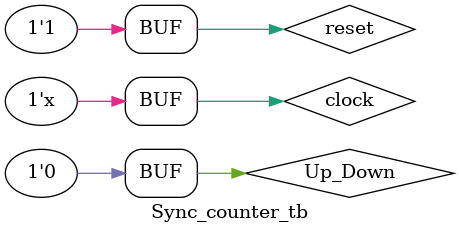
<source format=v>
`timescale 1ns/1ps



/*
 Synchronous Counter :  A synchronous Counter is the counter in which the clock input with all the
 flip-flops uses the same source and produces the output at the same time.
 
 The synchronous Counter also referred to as a parallel counter is the one in which each
 establishing flip-flops are clocked with the similar clock input at the same time 
 



*/


module Sync_counter(clock ,reset, Up_Down,count); 
input clock,reset,Up_Down; 
output [3:0] count; 
reg [3:0] count = 0 ; 

always @( posedge clock)
begin 
if(reset == 1)
count <= 0;
else 
if(Up_Down ==1 ) // Up_counter 
count <= 1'b1 + count ; 
else 
count <= count - 1'b1; 
end 
endmodule 

module Sync_counter_tb(); 
reg clock,reset,Up_Down; 
wire [3:0] count; 

Sync_counter dut(.clock(clock),.reset(reset),.Up_Down(Up_Down),.count(count));

initial 
begin 
clock =0; 
reset =0; 
Up_Down =1 ; 
#150 
Up_Down =0; 
#150 
reset =1 ; 
end

always #5 clock = ~clock ; 

endmodule

</source>
